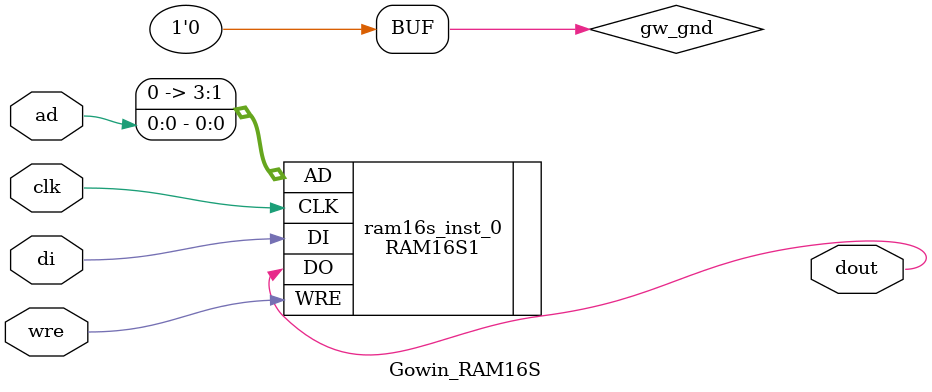
<source format=v>

module Gowin_RAM16S (dout, di, ad, wre, clk);

output [0:0] dout;
input [0:0] di;
input [0:0] ad;
input wre;
input clk;

wire gw_gnd;

assign gw_gnd = 1'b0;

RAM16S1 ram16s_inst_0 (
    .DO(dout[0]),
    .DI(di[0]),
    .AD({gw_gnd,gw_gnd,gw_gnd,ad[0]}),
    .WRE(wre),
    .CLK(clk)
);

endmodule //Gowin_RAM16S

</source>
